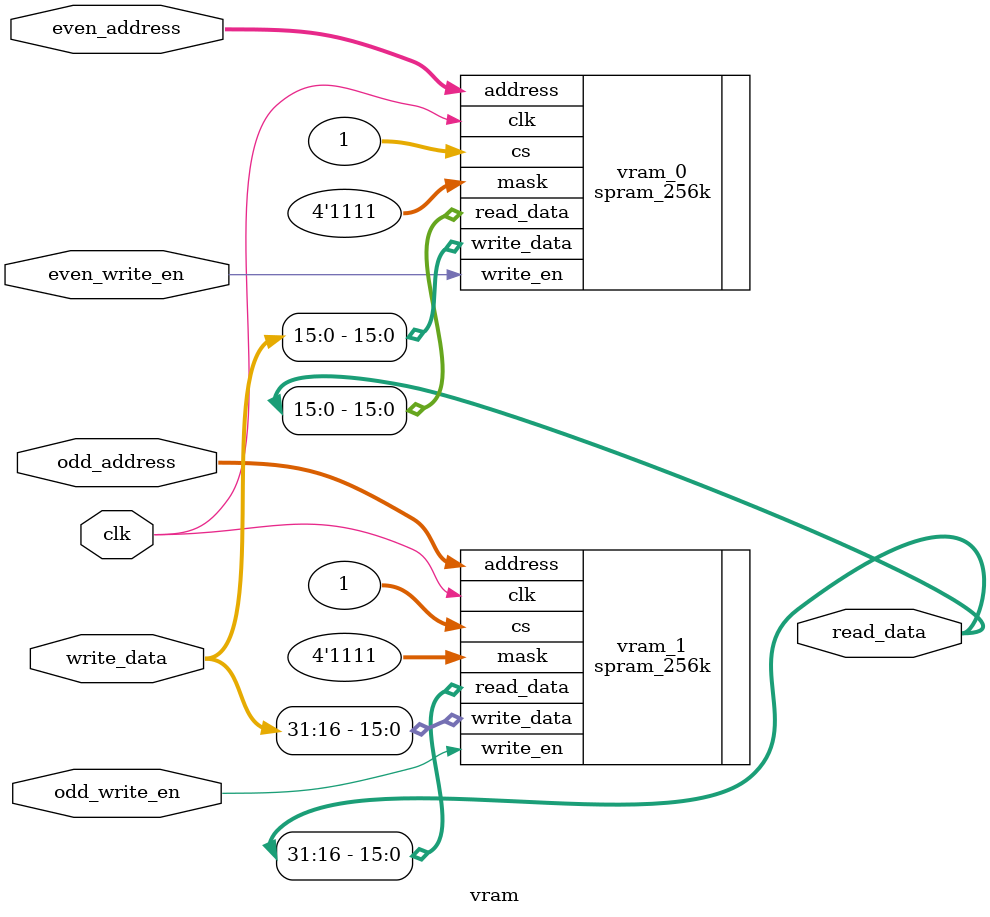
<source format=v>

`default_nettype none


module vram(
    input clk,

    input [13:0] even_address,
    input [13:0] odd_address,
    input even_write_en,
    input odd_write_en,
    input [31:0] write_data,

    output [31:0] read_data
);
    spram_256k vram_0 (
        .clk(clk),
        .address(even_address),
        .write_data(write_data[15:0]),
        .mask(4'b1111),
        .write_en(even_write_en),
        .cs(1),
        .read_data(read_data[15:0])
    );

    spram_256k vram_1 (
        .clk(clk),
        .address(odd_address),
        .write_data(write_data[31:16]),
        .mask(4'b1111),
        .write_en(odd_write_en),
        .cs(1),
        .read_data(read_data[31:16])
    );

endmodule

</source>
